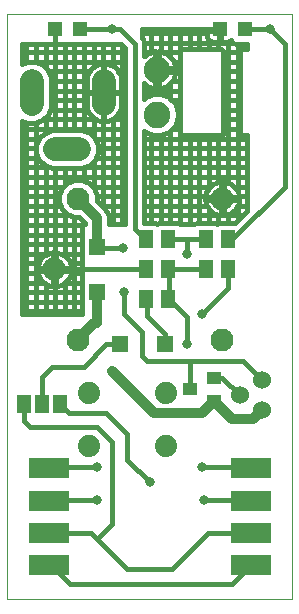
<source format=gbl>
G75*
G70*
%OFA0B0*%
%FSLAX24Y24*%
%IPPOS*%
%LPD*%
%AMOC8*
5,1,8,0,0,1.08239X$1,22.5*
%
%ADD10C,0.0000*%
%ADD11R,0.1378X0.0669*%
%ADD12C,0.0787*%
%ADD13C,0.0768*%
%ADD14C,0.0600*%
%ADD15C,0.0886*%
%ADD16R,0.0512X0.0630*%
%ADD17R,0.0551X0.0551*%
%ADD18R,0.0460X0.0630*%
%ADD19C,0.0740*%
%ADD20R,0.0450X0.0400*%
%ADD21R,0.0472X0.0472*%
%ADD22C,0.0160*%
%ADD23C,0.0320*%
%ADD24C,0.0317*%
%ADD25C,0.0100*%
D10*
X004180Y004050D02*
X013680Y004050D01*
X013680Y023550D01*
X004180Y023550D01*
X004180Y004050D01*
D11*
X005560Y005180D03*
X005560Y006260D03*
X005560Y007340D03*
X005560Y008420D03*
X012300Y008420D03*
X012300Y007340D03*
X012300Y006260D03*
X012300Y005180D03*
D12*
X006574Y019060D02*
X005786Y019060D01*
X004999Y020556D02*
X004999Y021344D01*
X007400Y021344D02*
X007400Y020556D01*
D13*
X006542Y017412D03*
X005755Y015050D03*
X006542Y012688D03*
X011345Y012688D03*
X011345Y017412D03*
D14*
X012680Y011350D03*
X011930Y010850D03*
X012680Y010350D03*
D15*
X009180Y020200D03*
X009180Y021700D03*
D16*
X008806Y016050D03*
X008806Y015050D03*
X008806Y014050D03*
X009554Y014050D03*
X009554Y015050D03*
X009554Y016050D03*
X010806Y016050D03*
X011554Y016050D03*
X011554Y015050D03*
X010806Y015050D03*
D17*
X009428Y012550D03*
X007932Y012550D03*
X007180Y014302D03*
X007180Y015798D03*
D18*
X005930Y010550D03*
X005330Y010550D03*
X004730Y010550D03*
D19*
X006900Y010940D03*
X006900Y009160D03*
X009460Y009160D03*
X009460Y010940D03*
D20*
X010280Y011050D03*
X011080Y010676D03*
X011080Y011424D03*
D21*
X011267Y023050D03*
X012093Y023050D03*
X006593Y023050D03*
X005767Y023050D03*
D22*
X005767Y022450D01*
X005780Y022550D02*
X005780Y019694D01*
X005660Y019694D02*
X005427Y019597D01*
X005249Y019419D01*
X005153Y019186D01*
X005153Y018934D01*
X005249Y018701D01*
X005427Y018523D01*
X005660Y018427D01*
X006700Y018427D01*
X006933Y018523D01*
X007111Y018701D01*
X007207Y018934D01*
X007207Y019186D01*
X007111Y019419D01*
X006933Y019597D01*
X006700Y019694D01*
X005660Y019694D01*
X005460Y019611D02*
X005460Y020121D01*
X005389Y020050D02*
X007130Y020050D01*
X007100Y020066D02*
X007180Y020025D01*
X007266Y019997D01*
X007355Y019983D01*
X007382Y019983D01*
X007382Y020932D01*
X006827Y020932D01*
X006827Y020511D01*
X006841Y020422D01*
X006869Y020336D01*
X006910Y020256D01*
X006963Y020183D01*
X007027Y020119D01*
X007100Y020066D01*
X007060Y020095D02*
X007060Y019470D01*
X007115Y019410D02*
X008110Y019410D01*
X008110Y019730D02*
X004680Y019730D01*
X004820Y019944D02*
X004820Y013550D01*
X004680Y013550D02*
X004680Y020002D01*
X004873Y019923D01*
X005125Y019923D01*
X005358Y020019D01*
X005536Y020197D01*
X005633Y020430D01*
X005633Y021470D01*
X005536Y021703D01*
X005358Y021881D01*
X005125Y021977D01*
X004873Y021977D01*
X004680Y021898D01*
X004680Y022550D01*
X007977Y022550D01*
X008110Y022417D01*
X008110Y016550D01*
X007580Y016550D01*
X007580Y016830D01*
X007519Y016977D01*
X007407Y017089D01*
X007407Y017089D01*
X007166Y017330D01*
X007166Y017536D01*
X007071Y017766D01*
X006896Y017941D01*
X006666Y018036D01*
X006418Y018036D01*
X006189Y017941D01*
X006013Y017766D01*
X005918Y017536D01*
X005918Y017288D01*
X006013Y017059D01*
X006189Y016883D01*
X006418Y016788D01*
X006576Y016788D01*
X006780Y016584D01*
X006780Y016550D01*
X006680Y016550D01*
X006680Y016159D01*
X006664Y016121D01*
X006664Y015475D01*
X006680Y015437D01*
X006680Y014663D01*
X006664Y014625D01*
X006664Y013979D01*
X006680Y013941D01*
X006680Y013550D01*
X004680Y013550D01*
X004680Y013650D02*
X006680Y013650D01*
X006420Y013550D02*
X006420Y016788D01*
X006269Y016850D02*
X004680Y016850D01*
X004680Y017170D02*
X005967Y017170D01*
X006100Y016972D02*
X006100Y015496D01*
X006122Y015480D02*
X006050Y015532D01*
X005971Y015573D01*
X005887Y015600D01*
X005803Y015613D01*
X005803Y015098D01*
X006318Y015098D01*
X006305Y015182D01*
X006277Y015266D01*
X006237Y015346D01*
X006185Y015417D01*
X006122Y015480D01*
X005976Y015570D02*
X006664Y015570D01*
X006680Y015250D02*
X006283Y015250D01*
X006100Y015098D02*
X006100Y015002D01*
X006318Y015002D02*
X005803Y015002D01*
X005803Y015098D01*
X005707Y015098D01*
X005707Y015613D01*
X005623Y015600D01*
X005538Y015573D01*
X005459Y015532D01*
X005387Y015480D01*
X005325Y015417D01*
X005273Y015346D01*
X005232Y015266D01*
X005205Y015182D01*
X005192Y015098D01*
X005707Y015098D01*
X005707Y015002D01*
X005803Y015002D01*
X005803Y014487D01*
X005887Y014500D01*
X005971Y014527D01*
X006050Y014568D01*
X006122Y014620D01*
X006185Y014683D01*
X006237Y014754D01*
X006277Y014834D01*
X006305Y014918D01*
X006318Y015002D01*
X006307Y014930D02*
X006680Y014930D01*
X006664Y014610D02*
X006108Y014610D01*
X006100Y014604D02*
X006100Y013550D01*
X005780Y013550D02*
X005780Y015002D01*
X005755Y015050D02*
X008806Y015050D01*
X008830Y014050D02*
X008830Y013500D01*
X009428Y012902D01*
X009428Y012550D01*
X008830Y012000D02*
X008680Y012150D01*
X008680Y012950D01*
X008080Y013550D01*
X008080Y014300D01*
X008030Y015750D02*
X007180Y015750D01*
X006664Y015890D02*
X004680Y015890D01*
X004680Y016210D02*
X006680Y016210D01*
X006680Y016530D02*
X004680Y016530D01*
X004680Y015570D02*
X005533Y015570D01*
X005460Y015533D02*
X005460Y018509D01*
X005604Y018450D02*
X004680Y018450D01*
X004680Y018770D02*
X005221Y018770D01*
X005153Y019090D02*
X004680Y019090D01*
X004680Y019410D02*
X005245Y019410D01*
X005140Y019929D02*
X005140Y013550D01*
X005460Y013550D02*
X005460Y014567D01*
X005459Y014568D02*
X005538Y014527D01*
X005623Y014500D01*
X005707Y014487D01*
X005707Y015002D01*
X005192Y015002D01*
X005205Y014918D01*
X005232Y014834D01*
X005273Y014754D01*
X005325Y014683D01*
X005387Y014620D01*
X005459Y014568D01*
X005401Y014610D02*
X004680Y014610D01*
X004680Y014290D02*
X006664Y014290D01*
X006668Y013970D02*
X004680Y013970D01*
X004680Y014930D02*
X005203Y014930D01*
X005460Y015002D02*
X005460Y015098D01*
X005227Y015250D02*
X004680Y015250D01*
X005707Y015250D02*
X005803Y015250D01*
X005780Y015098D02*
X005780Y018427D01*
X006100Y018427D02*
X006100Y017852D01*
X006058Y017810D02*
X004680Y017810D01*
X004680Y018130D02*
X008110Y018130D01*
X008110Y017810D02*
X007027Y017810D01*
X007060Y017777D02*
X007060Y018650D01*
X007139Y018770D02*
X008110Y018770D01*
X008110Y018450D02*
X006756Y018450D01*
X006740Y018443D02*
X006740Y018006D01*
X006420Y018036D02*
X006420Y018427D01*
X007207Y019090D02*
X008110Y019090D01*
X008750Y019090D02*
X012180Y019090D01*
X012180Y018770D02*
X008750Y018770D01*
X008750Y018450D02*
X012180Y018450D01*
X012180Y018130D02*
X008750Y018130D01*
X008750Y017810D02*
X010946Y017810D01*
X010915Y017780D02*
X010978Y017842D01*
X011050Y017894D01*
X011129Y017935D01*
X011213Y017962D01*
X011297Y017975D01*
X011297Y017460D01*
X011297Y017364D01*
X010782Y017364D01*
X010795Y017280D01*
X010823Y017196D01*
X010863Y017117D01*
X010915Y017045D01*
X010978Y016982D01*
X011050Y016930D01*
X011129Y016890D01*
X011213Y016862D01*
X011297Y016849D01*
X011297Y017364D01*
X011393Y017364D01*
X011393Y016849D01*
X011477Y016862D01*
X011562Y016890D01*
X011641Y016930D01*
X011713Y016982D01*
X011775Y017045D01*
X011828Y017117D01*
X011868Y017196D01*
X011895Y017280D01*
X011909Y017364D01*
X011393Y017364D01*
X011393Y017460D01*
X011297Y017460D01*
X010782Y017460D01*
X010795Y017544D01*
X010823Y017629D01*
X010863Y017708D01*
X010915Y017780D01*
X010900Y017759D02*
X010900Y019520D01*
X010580Y019520D02*
X010580Y016605D01*
X010502Y016605D02*
X010414Y016568D01*
X010396Y016550D01*
X009964Y016550D01*
X009946Y016568D01*
X009858Y016605D01*
X009250Y016605D01*
X009180Y016576D01*
X009110Y016605D01*
X008750Y016605D01*
X008750Y019664D01*
X008793Y019621D01*
X009044Y019517D01*
X009316Y019517D01*
X009567Y019621D01*
X009759Y019813D01*
X009863Y020064D01*
X009863Y020336D01*
X009759Y020587D01*
X009567Y020779D01*
X009316Y020883D01*
X009044Y020883D01*
X008793Y020779D01*
X008750Y020736D01*
X008750Y021249D01*
X008774Y021225D01*
X008854Y021167D01*
X008941Y021123D01*
X009034Y021092D01*
X009112Y021080D01*
X009112Y021632D01*
X009248Y021632D01*
X009248Y021768D01*
X009112Y021768D01*
X009112Y022320D01*
X009034Y022308D01*
X008941Y022277D01*
X008854Y022233D01*
X008774Y022175D01*
X008750Y022151D01*
X008750Y022614D01*
X008701Y022731D01*
X008680Y022753D01*
X008680Y023050D01*
X011228Y023050D01*
X011228Y023012D01*
X010850Y023012D01*
X010850Y022790D01*
X010863Y022744D01*
X010886Y022703D01*
X010920Y022670D01*
X010961Y022646D01*
X011007Y022634D01*
X011229Y022634D01*
X011229Y023012D01*
X011305Y023012D01*
X011305Y022634D01*
X011527Y022634D01*
X011572Y022646D01*
X011613Y022670D01*
X011644Y022701D01*
X011654Y022678D01*
X011721Y022610D01*
X011809Y022574D01*
X012180Y022574D01*
X012180Y022380D01*
X011997Y022380D01*
X011950Y022333D01*
X011950Y019567D01*
X011997Y019520D01*
X012180Y019520D01*
X012180Y017003D01*
X011782Y016605D01*
X011250Y016605D01*
X011180Y016576D01*
X011110Y016605D01*
X010502Y016605D01*
X010260Y016550D02*
X010260Y019520D01*
X009997Y019520D02*
X011313Y019520D01*
X011360Y019567D01*
X011360Y022333D01*
X011313Y022380D01*
X009997Y022380D01*
X009950Y022333D01*
X009950Y019567D01*
X009997Y019520D01*
X009950Y019730D02*
X009676Y019730D01*
X009620Y019674D02*
X009620Y016605D01*
X009300Y016605D02*
X009300Y019517D01*
X008980Y019544D02*
X008980Y016605D01*
X008750Y016850D02*
X011291Y016850D01*
X011297Y016850D02*
X011393Y016850D01*
X011400Y016850D02*
X012027Y016850D01*
X011860Y016683D02*
X011860Y017180D01*
X011855Y017170D02*
X012180Y017170D01*
X012180Y017490D02*
X011904Y017490D01*
X011909Y017460D02*
X011895Y017544D01*
X011868Y017629D01*
X011828Y017708D01*
X011775Y017780D01*
X011713Y017842D01*
X011641Y017894D01*
X011562Y017935D01*
X011477Y017962D01*
X011393Y017975D01*
X011393Y017460D01*
X011909Y017460D01*
X011860Y017460D02*
X011860Y017364D01*
X011860Y017644D02*
X011860Y022574D01*
X011722Y022610D02*
X008750Y022610D01*
X008750Y022290D02*
X008980Y022290D01*
X008980Y023050D01*
X008680Y022930D02*
X010850Y022930D01*
X010900Y023012D02*
X010900Y023050D01*
X010580Y023050D02*
X010580Y022380D01*
X010260Y022380D02*
X010260Y023050D01*
X009940Y023050D02*
X009940Y016571D01*
X010180Y016050D02*
X009554Y016050D01*
X010180Y016050D02*
X010180Y015550D01*
X010180Y016050D02*
X010806Y016050D01*
X010900Y016605D02*
X010900Y017066D01*
X010836Y017170D02*
X008750Y017170D01*
X008750Y017490D02*
X010787Y017490D01*
X010900Y017460D02*
X010900Y017364D01*
X011220Y017364D02*
X011220Y017460D01*
X011297Y017490D02*
X011393Y017490D01*
X011540Y017460D02*
X011540Y017364D01*
X011393Y017170D02*
X011297Y017170D01*
X011220Y016861D02*
X011220Y016592D01*
X011540Y016605D02*
X011540Y016883D01*
X011580Y016050D02*
X011680Y016050D01*
X013430Y017800D01*
X013430Y022550D01*
X012930Y023050D01*
X012093Y023050D01*
X011540Y022637D02*
X011540Y017942D01*
X011393Y017810D02*
X011297Y017810D01*
X011220Y017963D02*
X011220Y019520D01*
X011360Y019730D02*
X011950Y019730D01*
X011950Y020050D02*
X011360Y020050D01*
X011360Y020370D02*
X011950Y020370D01*
X011950Y020690D02*
X011360Y020690D01*
X011360Y021010D02*
X011950Y021010D01*
X011950Y021330D02*
X011360Y021330D01*
X011360Y021650D02*
X011950Y021650D01*
X011950Y021970D02*
X011360Y021970D01*
X011360Y022290D02*
X011950Y022290D01*
X011305Y022930D02*
X011229Y022930D01*
X011220Y023012D02*
X011220Y023050D01*
X011220Y022634D02*
X011220Y022380D01*
X010900Y022380D02*
X010900Y022690D01*
X009950Y022290D02*
X009380Y022290D01*
X009419Y022277D02*
X009326Y022308D01*
X009248Y022320D01*
X009248Y021768D01*
X009800Y021768D01*
X009788Y021846D01*
X009757Y021939D01*
X009713Y022026D01*
X009655Y022106D01*
X009586Y022175D01*
X009506Y022233D01*
X009419Y022277D01*
X009300Y022312D02*
X009300Y023050D01*
X009620Y023050D02*
X009620Y022141D01*
X009742Y021970D02*
X009950Y021970D01*
X009950Y021650D02*
X009248Y021650D01*
X009248Y021632D02*
X009800Y021632D01*
X009788Y021554D01*
X009757Y021461D01*
X009713Y021374D01*
X009655Y021294D01*
X009586Y021225D01*
X009506Y021167D01*
X009419Y021123D01*
X009326Y021092D01*
X009248Y021080D01*
X009248Y021632D01*
X009300Y021632D02*
X009300Y021768D01*
X009248Y021970D02*
X009112Y021970D01*
X009112Y022290D02*
X009248Y022290D01*
X009620Y021768D02*
X009620Y021632D01*
X009681Y021330D02*
X009950Y021330D01*
X009950Y021010D02*
X008750Y021010D01*
X008980Y021110D02*
X008980Y020856D01*
X009300Y020883D02*
X009300Y021088D01*
X009248Y021330D02*
X009112Y021330D01*
X009620Y021259D02*
X009620Y020726D01*
X009656Y020690D02*
X009950Y020690D01*
X009950Y020370D02*
X009849Y020370D01*
X009857Y020050D02*
X009950Y020050D01*
X008750Y019410D02*
X012180Y019410D01*
X012180Y017810D02*
X011745Y017810D01*
X011554Y015050D02*
X011554Y014424D01*
X010680Y013550D01*
X010180Y013450D02*
X010180Y012550D01*
X010280Y012000D02*
X008830Y012000D01*
X007932Y012550D02*
X007480Y012550D01*
X006730Y011800D01*
X005680Y011800D01*
X005330Y011450D01*
X005330Y010550D01*
X005930Y010550D02*
X006230Y010250D01*
X007480Y010250D01*
X008180Y009550D01*
X008180Y008700D01*
X008930Y007950D01*
X007680Y009300D02*
X007680Y006550D01*
X007180Y006050D01*
X008180Y005050D01*
X009680Y005050D01*
X010880Y006250D01*
X012280Y006250D01*
X012300Y005180D02*
X011670Y004550D01*
X006280Y004550D01*
X005580Y005250D01*
X005560Y006260D02*
X006970Y006260D01*
X007180Y006050D01*
X007180Y007350D02*
X005570Y007350D01*
X005560Y007340D01*
X005580Y008450D02*
X007180Y008450D01*
X007680Y009300D02*
X007180Y009800D01*
X004930Y009800D01*
X004730Y010000D01*
X004730Y010550D01*
X005707Y014610D02*
X005803Y014610D01*
X005803Y014930D02*
X005707Y014930D01*
X005707Y015570D02*
X005803Y015570D01*
X006740Y016550D02*
X006740Y016624D01*
X007326Y017170D02*
X008110Y017170D01*
X008110Y016850D02*
X007572Y016850D01*
X007380Y017116D02*
X007380Y019983D01*
X007419Y019983D02*
X007446Y019983D01*
X007535Y019997D01*
X007621Y020025D01*
X007701Y020066D01*
X007774Y020119D01*
X007838Y020183D01*
X007891Y020256D01*
X007932Y020336D01*
X007960Y020422D01*
X007974Y020511D01*
X007974Y020932D01*
X007419Y020932D01*
X007419Y020968D01*
X007974Y020968D01*
X007974Y021389D01*
X007960Y021478D01*
X007932Y021564D01*
X007891Y021644D01*
X007838Y021717D01*
X007774Y021781D01*
X007701Y021834D01*
X007621Y021875D01*
X007535Y021903D01*
X007446Y021917D01*
X007419Y021917D01*
X007419Y020968D01*
X007382Y020968D01*
X007382Y020932D01*
X007419Y020932D01*
X007419Y019983D01*
X007419Y020050D02*
X007382Y020050D01*
X007670Y020050D02*
X008110Y020050D01*
X008110Y020370D02*
X007943Y020370D01*
X007974Y020690D02*
X008110Y020690D01*
X008110Y021010D02*
X007974Y021010D01*
X007700Y020968D02*
X007700Y020932D01*
X007419Y021010D02*
X007382Y021010D01*
X007382Y020968D02*
X007382Y021917D01*
X007355Y021917D01*
X007266Y021903D01*
X007180Y021875D01*
X007100Y021834D01*
X007027Y021781D01*
X006963Y021717D01*
X006910Y021644D01*
X006869Y021564D01*
X006841Y021478D01*
X006827Y021389D01*
X006827Y020968D01*
X007382Y020968D01*
X007380Y020968D02*
X007380Y020932D01*
X007382Y020690D02*
X007419Y020690D01*
X007419Y020370D02*
X007382Y020370D01*
X007700Y020065D02*
X007700Y016550D01*
X008020Y016550D02*
X008020Y022507D01*
X008110Y022290D02*
X004680Y022290D01*
X004820Y022550D02*
X004820Y021956D01*
X004855Y021970D02*
X004680Y021970D01*
X005140Y021971D02*
X005140Y022550D01*
X005460Y022550D02*
X005460Y021779D01*
X005558Y021650D02*
X006914Y021650D01*
X007060Y021805D02*
X007060Y022550D01*
X006740Y022550D02*
X006740Y019677D01*
X006420Y019694D02*
X006420Y022550D01*
X006100Y022550D02*
X006100Y019694D01*
X005608Y020370D02*
X006858Y020370D01*
X006827Y020690D02*
X005633Y020690D01*
X005633Y021010D02*
X006827Y021010D01*
X007060Y020968D02*
X007060Y020932D01*
X006827Y021330D02*
X005633Y021330D01*
X005143Y021970D02*
X008110Y021970D01*
X008110Y021650D02*
X007887Y021650D01*
X007700Y021835D02*
X007700Y022550D01*
X007380Y022550D02*
X007380Y021917D01*
X007382Y021650D02*
X007419Y021650D01*
X007419Y021330D02*
X007382Y021330D01*
X007974Y021330D02*
X008110Y021330D01*
X008430Y022550D02*
X008430Y016400D01*
X008780Y016050D01*
X009554Y015050D02*
X009580Y015050D01*
X010806Y015050D01*
X009580Y015050D02*
X009580Y014050D01*
X010180Y013450D01*
X009580Y014050D02*
X009554Y014050D01*
X010280Y012000D02*
X010280Y011050D01*
X011080Y011424D02*
X011356Y011424D01*
X011930Y010850D01*
X012680Y011350D02*
X012030Y012000D01*
X010280Y012000D01*
X010680Y008450D02*
X012280Y008450D01*
X012330Y007350D02*
X010730Y007350D01*
X008110Y017490D02*
X007166Y017490D01*
X005918Y017490D02*
X004680Y017490D01*
X008430Y022550D02*
X007930Y023050D01*
X007680Y023050D01*
X006593Y023050D01*
D23*
X006542Y017412D02*
X006542Y017400D01*
X006530Y017400D01*
X007180Y016750D01*
X007180Y015798D01*
X007180Y014302D02*
X007180Y013250D01*
X007080Y013250D01*
X006580Y012750D01*
X006542Y012688D01*
X007680Y011650D02*
X009080Y010250D01*
X010680Y010250D01*
X010980Y010550D01*
X011080Y010676D01*
X011080Y010650D01*
X011680Y010050D01*
X012380Y010050D01*
X012680Y010350D01*
X009554Y016050D02*
X009480Y016150D01*
D24*
X010180Y015550D03*
X010680Y013550D03*
X010180Y012550D03*
X008080Y014300D03*
X008030Y015750D03*
X007680Y011650D03*
X007180Y008450D03*
X007180Y007350D03*
X008930Y007950D03*
X010680Y008450D03*
X010730Y007350D03*
X012930Y023050D03*
X007680Y023050D03*
D25*
X007180Y015798D02*
X007180Y015750D01*
X005580Y008450D02*
X005560Y008420D01*
X005580Y005250D02*
X005560Y005180D01*
X012280Y005250D02*
X012300Y005180D01*
X012300Y008420D02*
X012280Y008450D01*
M02*

</source>
